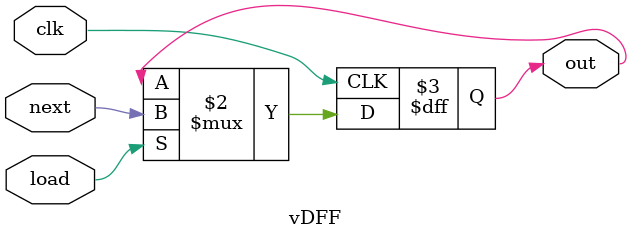
<source format=v>
module program_counter(clk, load_pc, reset_pc, pc_out);
	input clk;
	input load_pc;
	input reset_pc;
	output [8:0] pc_out;
	
	reg [8:0]next_pc;
	
	vDFF #(9) program_counter(clk, load_pc, next_pc, pc_out);
	
	always @(*) begin 
		case(reset_pc)
			1'b1: next_pc = 9'b0;
			1'b0: next_pc = pc_out + 1;
			default: next_pc = 9'bx;
		endcase
	end 
 
endmodule

module vDFF(clk, load, next, out);
	parameter k = 1;
	input clk;
	input load;
	input [k-1:0]next;
	output reg [k-1:0]out;
	
	always@(posedge clk) begin
		out = load? next:out;
	end
endmodule
</source>
